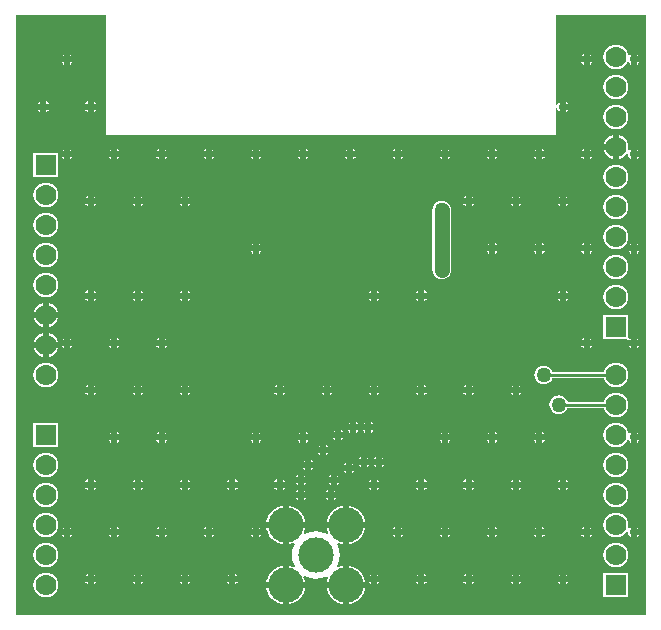
<source format=gbl>
G04*
G04 #@! TF.GenerationSoftware,Altium Limited,Altium Designer,18.1.9 (240)*
G04*
G04 Layer_Physical_Order=2*
G04 Layer_Color=16711680*
%FSLAX25Y25*%
%MOIN*%
G70*
G01*
G75*
%ADD12C,0.01000*%
%ADD23C,0.05000*%
%ADD24C,0.07000*%
%ADD25R,0.07000X0.07000*%
%ADD26C,0.11811*%
%ADD27C,0.02799*%
%ADD28C,0.05000*%
G36*
X200000Y-10000D02*
X-10000D01*
Y190000D01*
X20000D01*
Y150000D01*
X170000D01*
Y158907D01*
X170500Y158957D01*
X170557Y158669D01*
X170999Y158007D01*
X171441Y157712D01*
Y159449D01*
Y161186D01*
X170999Y160890D01*
X170557Y160229D01*
X170500Y159941D01*
X170000Y159990D01*
Y190000D01*
X200000D01*
Y-10000D01*
D02*
G37*
%LPC*%
G36*
X197063Y176934D02*
Y176197D01*
X197800D01*
X197505Y176638D01*
X197063Y176934D01*
D02*
G37*
G36*
X181315D02*
Y176197D01*
X182052D01*
X181756Y176638D01*
X181315Y176934D01*
D02*
G37*
G36*
X179315D02*
X178873Y176638D01*
X178578Y176197D01*
X179315D01*
Y176934D01*
D02*
G37*
G36*
X8087D02*
Y176197D01*
X8823D01*
X8528Y176638D01*
X8087Y176934D01*
D02*
G37*
G36*
X6087D02*
X5645Y176638D01*
X5350Y176197D01*
X6087D01*
Y176934D01*
D02*
G37*
G36*
X197800Y174197D02*
X197063D01*
Y173460D01*
X197505Y173755D01*
X197800Y174197D01*
D02*
G37*
G36*
X190000Y180120D02*
X188930Y179979D01*
X187932Y179566D01*
X187076Y178908D01*
X186419Y178052D01*
X186005Y177055D01*
X185865Y175984D01*
X186005Y174914D01*
X186419Y173917D01*
X187076Y173060D01*
X187932Y172403D01*
X188930Y171990D01*
X190000Y171849D01*
X191070Y171990D01*
X192068Y172403D01*
X192924Y173060D01*
X193581Y173917D01*
X193726Y174265D01*
X193787Y174285D01*
X194272Y174278D01*
X194621Y173755D01*
X195063Y173460D01*
Y175197D01*
Y176934D01*
X194621Y176638D01*
X194565Y176554D01*
X194044Y176675D01*
X193994Y177055D01*
X193581Y178052D01*
X192924Y178908D01*
X192068Y179566D01*
X191070Y179979D01*
X190000Y180120D01*
D02*
G37*
G36*
X182052Y174197D02*
X181315D01*
Y173460D01*
X181756Y173755D01*
X182052Y174197D01*
D02*
G37*
G36*
X179315D02*
X178578D01*
X178873Y173755D01*
X179315Y173460D01*
Y174197D01*
D02*
G37*
G36*
X8823D02*
X8087D01*
Y173460D01*
X8528Y173755D01*
X8823Y174197D01*
D02*
G37*
G36*
X6087D02*
X5350D01*
X5645Y173755D01*
X6087Y173460D01*
Y174197D01*
D02*
G37*
G36*
X190000Y170120D02*
X188930Y169979D01*
X187932Y169566D01*
X187076Y168908D01*
X186419Y168052D01*
X186005Y167055D01*
X185865Y165984D01*
X186005Y164914D01*
X186419Y163917D01*
X187076Y163060D01*
X187932Y162403D01*
X188930Y161990D01*
X190000Y161849D01*
X191070Y161990D01*
X192068Y162403D01*
X192924Y163060D01*
X193581Y163917D01*
X193994Y164914D01*
X194135Y165984D01*
X193994Y167055D01*
X193581Y168052D01*
X192924Y168908D01*
X192068Y169566D01*
X191070Y169979D01*
X190000Y170120D01*
D02*
G37*
G36*
X173441Y161186D02*
Y160449D01*
X174178D01*
X173882Y160890D01*
X173441Y161186D01*
D02*
G37*
G36*
X15961D02*
Y160449D01*
X16697D01*
X16402Y160890D01*
X15961Y161186D01*
D02*
G37*
G36*
X13961D02*
X13519Y160890D01*
X13224Y160449D01*
X13961D01*
Y161186D01*
D02*
G37*
G36*
X213D02*
Y160449D01*
X949D01*
X654Y160890D01*
X213Y161186D01*
D02*
G37*
G36*
X-1787D02*
X-2229Y160890D01*
X-2524Y160449D01*
X-1787D01*
Y161186D01*
D02*
G37*
G36*
X174178Y158449D02*
X173441D01*
Y157712D01*
X173882Y158007D01*
X174178Y158449D01*
D02*
G37*
G36*
X16697D02*
X15961D01*
Y157712D01*
X16402Y158007D01*
X16697Y158449D01*
D02*
G37*
G36*
X13961D02*
X13224D01*
X13519Y158007D01*
X13961Y157712D01*
Y158449D01*
D02*
G37*
G36*
X949D02*
X213D01*
Y157712D01*
X654Y158007D01*
X949Y158449D01*
D02*
G37*
G36*
X-1787D02*
X-2524D01*
X-2229Y158007D01*
X-1787Y157712D01*
Y158449D01*
D02*
G37*
G36*
X190000Y160120D02*
X188930Y159979D01*
X187932Y159566D01*
X187076Y158908D01*
X186419Y158052D01*
X186005Y157055D01*
X185865Y155984D01*
X186005Y154914D01*
X186419Y153917D01*
X187076Y153060D01*
X187932Y152403D01*
X188930Y151990D01*
X190000Y151849D01*
X191070Y151990D01*
X192068Y152403D01*
X192924Y153060D01*
X193581Y153917D01*
X193994Y154914D01*
X194135Y155984D01*
X193994Y157055D01*
X193581Y158052D01*
X192924Y158908D01*
X192068Y159566D01*
X191070Y159979D01*
X190000Y160120D01*
D02*
G37*
G36*
X189000Y149988D02*
X188930Y149979D01*
X187932Y149566D01*
X187076Y148908D01*
X186419Y148052D01*
X186005Y147055D01*
X185996Y146984D01*
X189000D01*
Y149988D01*
D02*
G37*
G36*
X197063Y145438D02*
Y144701D01*
X197800D01*
X197505Y145142D01*
X197063Y145438D01*
D02*
G37*
G36*
X181315D02*
Y144701D01*
X182052D01*
X181756Y145142D01*
X181315Y145438D01*
D02*
G37*
G36*
X179315D02*
X178873Y145142D01*
X178578Y144701D01*
X179315D01*
Y145438D01*
D02*
G37*
G36*
X165567D02*
Y144701D01*
X166304D01*
X166008Y145142D01*
X165567Y145438D01*
D02*
G37*
G36*
X163567D02*
X163125Y145142D01*
X162830Y144701D01*
X163567D01*
Y145438D01*
D02*
G37*
G36*
X149819D02*
Y144701D01*
X150556D01*
X150260Y145142D01*
X149819Y145438D01*
D02*
G37*
G36*
X147819D02*
X147377Y145142D01*
X147082Y144701D01*
X147819D01*
Y145438D01*
D02*
G37*
G36*
X134071D02*
Y144701D01*
X134808D01*
X134512Y145142D01*
X134071Y145438D01*
D02*
G37*
G36*
X132071D02*
X131629Y145142D01*
X131334Y144701D01*
X132071D01*
Y145438D01*
D02*
G37*
G36*
X118323D02*
Y144701D01*
X119060D01*
X118764Y145142D01*
X118323Y145438D01*
D02*
G37*
G36*
X116323D02*
X115881Y145142D01*
X115586Y144701D01*
X116323D01*
Y145438D01*
D02*
G37*
G36*
X102575D02*
Y144701D01*
X103312D01*
X103016Y145142D01*
X102575Y145438D01*
D02*
G37*
G36*
X100575D02*
X100133Y145142D01*
X99838Y144701D01*
X100575D01*
Y145438D01*
D02*
G37*
G36*
X86827D02*
Y144701D01*
X87564D01*
X87268Y145142D01*
X86827Y145438D01*
D02*
G37*
G36*
X84827D02*
X84385Y145142D01*
X84090Y144701D01*
X84827D01*
Y145438D01*
D02*
G37*
G36*
X71079D02*
Y144701D01*
X71815D01*
X71520Y145142D01*
X71079Y145438D01*
D02*
G37*
G36*
X69079D02*
X68637Y145142D01*
X68342Y144701D01*
X69079D01*
Y145438D01*
D02*
G37*
G36*
X55331D02*
Y144701D01*
X56067D01*
X55772Y145142D01*
X55331Y145438D01*
D02*
G37*
G36*
X53331D02*
X52889Y145142D01*
X52594Y144701D01*
X53331D01*
Y145438D01*
D02*
G37*
G36*
X39583D02*
Y144701D01*
X40319D01*
X40024Y145142D01*
X39583Y145438D01*
D02*
G37*
G36*
X37583D02*
X37141Y145142D01*
X36846Y144701D01*
X37583D01*
Y145438D01*
D02*
G37*
G36*
X23835D02*
Y144701D01*
X24571D01*
X24276Y145142D01*
X23835Y145438D01*
D02*
G37*
G36*
X21835D02*
X21393Y145142D01*
X21098Y144701D01*
X21835D01*
Y145438D01*
D02*
G37*
G36*
X8087D02*
Y144701D01*
X8823D01*
X8528Y145142D01*
X8087Y145438D01*
D02*
G37*
G36*
X6087D02*
X5645Y145142D01*
X5350Y144701D01*
X6087D01*
Y145438D01*
D02*
G37*
G36*
X189000Y144984D02*
X185996D01*
X186005Y144914D01*
X186419Y143917D01*
X187076Y143060D01*
X187932Y142403D01*
X188930Y141990D01*
X189000Y141981D01*
Y144984D01*
D02*
G37*
G36*
X197800Y142701D02*
X197063D01*
Y141964D01*
X197505Y142259D01*
X197800Y142701D01*
D02*
G37*
G36*
X191000Y149988D02*
Y145984D01*
Y141981D01*
X191070Y141990D01*
X192068Y142403D01*
X192924Y143060D01*
X193581Y143917D01*
X194026Y143707D01*
X194024Y143701D01*
X194179Y142921D01*
X194621Y142259D01*
X195063Y141964D01*
Y143701D01*
Y145438D01*
X194621Y145142D01*
X194506Y144970D01*
X194026Y145151D01*
X194135Y145984D01*
X193994Y147055D01*
X193581Y148052D01*
X192924Y148908D01*
X192068Y149566D01*
X191070Y149979D01*
X191000Y149988D01*
D02*
G37*
G36*
X182052Y142701D02*
X181315D01*
Y141964D01*
X181756Y142259D01*
X182052Y142701D01*
D02*
G37*
G36*
X179315D02*
X178578D01*
X178873Y142259D01*
X179315Y141964D01*
Y142701D01*
D02*
G37*
G36*
X166304D02*
X165567D01*
Y141964D01*
X166008Y142259D01*
X166304Y142701D01*
D02*
G37*
G36*
X163567D02*
X162830D01*
X163125Y142259D01*
X163567Y141964D01*
Y142701D01*
D02*
G37*
G36*
X150556D02*
X149819D01*
Y141964D01*
X150260Y142259D01*
X150556Y142701D01*
D02*
G37*
G36*
X147819D02*
X147082D01*
X147377Y142259D01*
X147819Y141964D01*
Y142701D01*
D02*
G37*
G36*
X134808D02*
X134071D01*
Y141964D01*
X134512Y142259D01*
X134808Y142701D01*
D02*
G37*
G36*
X132071D02*
X131334D01*
X131629Y142259D01*
X132071Y141964D01*
Y142701D01*
D02*
G37*
G36*
X119060D02*
X118323D01*
Y141964D01*
X118764Y142259D01*
X119060Y142701D01*
D02*
G37*
G36*
X116323D02*
X115586D01*
X115881Y142259D01*
X116323Y141964D01*
Y142701D01*
D02*
G37*
G36*
X103312D02*
X102575D01*
Y141964D01*
X103016Y142259D01*
X103312Y142701D01*
D02*
G37*
G36*
X100575D02*
X99838D01*
X100133Y142259D01*
X100575Y141964D01*
Y142701D01*
D02*
G37*
G36*
X87564D02*
X86827D01*
Y141964D01*
X87268Y142259D01*
X87564Y142701D01*
D02*
G37*
G36*
X84827D02*
X84090D01*
X84385Y142259D01*
X84827Y141964D01*
Y142701D01*
D02*
G37*
G36*
X71815D02*
X71079D01*
Y141964D01*
X71520Y142259D01*
X71815Y142701D01*
D02*
G37*
G36*
X69079D02*
X68342D01*
X68637Y142259D01*
X69079Y141964D01*
Y142701D01*
D02*
G37*
G36*
X56067D02*
X55331D01*
Y141964D01*
X55772Y142259D01*
X56067Y142701D01*
D02*
G37*
G36*
X53331D02*
X52594D01*
X52889Y142259D01*
X53331Y141964D01*
Y142701D01*
D02*
G37*
G36*
X40319D02*
X39583D01*
Y141964D01*
X40024Y142259D01*
X40319Y142701D01*
D02*
G37*
G36*
X37583D02*
X36846D01*
X37141Y142259D01*
X37583Y141964D01*
Y142701D01*
D02*
G37*
G36*
X24571D02*
X23835D01*
Y141964D01*
X24276Y142259D01*
X24571Y142701D01*
D02*
G37*
G36*
X21835D02*
X21098D01*
X21393Y142259D01*
X21835Y141964D01*
Y142701D01*
D02*
G37*
G36*
X8823D02*
X8087D01*
Y141964D01*
X8528Y142259D01*
X8823Y142701D01*
D02*
G37*
G36*
X6087D02*
X5350D01*
X5645Y142259D01*
X6087Y141964D01*
Y142701D01*
D02*
G37*
G36*
X4100Y144100D02*
X-4100D01*
Y135900D01*
X4100D01*
Y144100D01*
D02*
G37*
G36*
X190000Y140120D02*
X188930Y139979D01*
X187932Y139566D01*
X187076Y138908D01*
X186419Y138052D01*
X186005Y137055D01*
X185865Y135984D01*
X186005Y134914D01*
X186419Y133917D01*
X187076Y133060D01*
X187932Y132403D01*
X188930Y131990D01*
X190000Y131849D01*
X191070Y131990D01*
X192068Y132403D01*
X192924Y133060D01*
X193581Y133917D01*
X193994Y134914D01*
X194135Y135984D01*
X193994Y137055D01*
X193581Y138052D01*
X192924Y138908D01*
X192068Y139566D01*
X191070Y139979D01*
X190000Y140120D01*
D02*
G37*
G36*
X173441Y129689D02*
Y128953D01*
X174178D01*
X173882Y129394D01*
X173441Y129689D01*
D02*
G37*
G36*
X171441D02*
X170999Y129394D01*
X170704Y128953D01*
X171441D01*
Y129689D01*
D02*
G37*
G36*
X157693D02*
Y128953D01*
X158430D01*
X158134Y129394D01*
X157693Y129689D01*
D02*
G37*
G36*
X155693D02*
X155251Y129394D01*
X154956Y128953D01*
X155693D01*
Y129689D01*
D02*
G37*
G36*
X141945D02*
Y128953D01*
X142682D01*
X142386Y129394D01*
X141945Y129689D01*
D02*
G37*
G36*
X139945D02*
X139503Y129394D01*
X139208Y128953D01*
X139945D01*
Y129689D01*
D02*
G37*
G36*
X47457D02*
Y128953D01*
X48193D01*
X47898Y129394D01*
X47457Y129689D01*
D02*
G37*
G36*
X45457D02*
X45015Y129394D01*
X44720Y128953D01*
X45457D01*
Y129689D01*
D02*
G37*
G36*
X31709D02*
Y128953D01*
X32445D01*
X32150Y129394D01*
X31709Y129689D01*
D02*
G37*
G36*
X29709D02*
X29267Y129394D01*
X28972Y128953D01*
X29709D01*
Y129689D01*
D02*
G37*
G36*
X15961D02*
Y128953D01*
X16697D01*
X16402Y129394D01*
X15961Y129689D01*
D02*
G37*
G36*
X13961D02*
X13519Y129394D01*
X13224Y128953D01*
X13961D01*
Y129689D01*
D02*
G37*
G36*
X174178Y126953D02*
X173441D01*
Y126216D01*
X173882Y126511D01*
X174178Y126953D01*
D02*
G37*
G36*
X171441D02*
X170704D01*
X170999Y126511D01*
X171441Y126216D01*
Y126953D01*
D02*
G37*
G36*
X158430D02*
X157693D01*
Y126216D01*
X158134Y126511D01*
X158430Y126953D01*
D02*
G37*
G36*
X155693D02*
X154956D01*
X155251Y126511D01*
X155693Y126216D01*
Y126953D01*
D02*
G37*
G36*
X142682D02*
X141945D01*
Y126216D01*
X142386Y126511D01*
X142682Y126953D01*
D02*
G37*
G36*
X139945D02*
X139208D01*
X139503Y126511D01*
X139945Y126216D01*
Y126953D01*
D02*
G37*
G36*
X48193D02*
X47457D01*
Y126216D01*
X47898Y126511D01*
X48193Y126953D01*
D02*
G37*
G36*
X45457D02*
X44720D01*
X45015Y126511D01*
X45457Y126216D01*
Y126953D01*
D02*
G37*
G36*
X32445D02*
X31709D01*
Y126216D01*
X32150Y126511D01*
X32445Y126953D01*
D02*
G37*
G36*
X29709D02*
X28972D01*
X29267Y126511D01*
X29709Y126216D01*
Y126953D01*
D02*
G37*
G36*
X16697D02*
X15961D01*
Y126216D01*
X16402Y126511D01*
X16697Y126953D01*
D02*
G37*
G36*
X13961D02*
X13224D01*
X13519Y126511D01*
X13961Y126216D01*
Y126953D01*
D02*
G37*
G36*
X0Y134135D02*
X-1070Y133994D01*
X-2068Y133581D01*
X-2924Y132924D01*
X-3581Y132068D01*
X-3994Y131070D01*
X-4135Y130000D01*
X-3994Y128930D01*
X-3581Y127932D01*
X-2924Y127076D01*
X-2068Y126419D01*
X-1070Y126005D01*
X0Y125865D01*
X1070Y126005D01*
X2068Y126419D01*
X2924Y127076D01*
X3581Y127932D01*
X3994Y128930D01*
X4135Y130000D01*
X3994Y131070D01*
X3581Y132068D01*
X2924Y132924D01*
X2068Y133581D01*
X1070Y133994D01*
X0Y134135D01*
D02*
G37*
G36*
X190000Y130120D02*
X188930Y129979D01*
X187932Y129566D01*
X187076Y128908D01*
X186419Y128052D01*
X186005Y127055D01*
X185865Y125984D01*
X186005Y124914D01*
X186419Y123917D01*
X187076Y123060D01*
X187932Y122403D01*
X188930Y121990D01*
X190000Y121849D01*
X191070Y121990D01*
X192068Y122403D01*
X192924Y123060D01*
X193581Y123917D01*
X193994Y124914D01*
X194135Y125984D01*
X193994Y127055D01*
X193581Y128052D01*
X192924Y128908D01*
X192068Y129566D01*
X191070Y129979D01*
X190000Y130120D01*
D02*
G37*
G36*
X0Y124135D02*
X-1070Y123995D01*
X-2068Y123581D01*
X-2924Y122924D01*
X-3581Y122068D01*
X-3994Y121070D01*
X-4135Y120000D01*
X-3994Y118930D01*
X-3581Y117932D01*
X-2924Y117076D01*
X-2068Y116419D01*
X-1070Y116006D01*
X0Y115865D01*
X1070Y116006D01*
X2068Y116419D01*
X2924Y117076D01*
X3581Y117932D01*
X3994Y118930D01*
X4135Y120000D01*
X3994Y121070D01*
X3581Y122068D01*
X2924Y122924D01*
X2068Y123581D01*
X1070Y123995D01*
X0Y124135D01*
D02*
G37*
G36*
X197063Y113941D02*
Y113205D01*
X197800D01*
X197505Y113646D01*
X197063Y113941D01*
D02*
G37*
G36*
X195063D02*
X194621Y113646D01*
X194326Y113205D01*
X195063D01*
Y113941D01*
D02*
G37*
G36*
X181315D02*
Y113205D01*
X182052D01*
X181756Y113646D01*
X181315Y113941D01*
D02*
G37*
G36*
X179315D02*
X178873Y113646D01*
X178578Y113205D01*
X179315D01*
Y113941D01*
D02*
G37*
G36*
X165567D02*
Y113205D01*
X166304D01*
X166008Y113646D01*
X165567Y113941D01*
D02*
G37*
G36*
X163567D02*
X163125Y113646D01*
X162830Y113205D01*
X163567D01*
Y113941D01*
D02*
G37*
G36*
X149819D02*
Y113205D01*
X150556D01*
X150260Y113646D01*
X149819Y113941D01*
D02*
G37*
G36*
X147819D02*
X147377Y113646D01*
X147082Y113205D01*
X147819D01*
Y113941D01*
D02*
G37*
G36*
X71079D02*
Y113205D01*
X71815D01*
X71520Y113646D01*
X71079Y113941D01*
D02*
G37*
G36*
X69079D02*
X68637Y113646D01*
X68342Y113205D01*
X69079D01*
Y113941D01*
D02*
G37*
G36*
X190000Y120120D02*
X188930Y119979D01*
X187932Y119566D01*
X187076Y118908D01*
X186419Y118052D01*
X186005Y117055D01*
X185865Y115984D01*
X186005Y114914D01*
X186419Y113917D01*
X187076Y113060D01*
X187932Y112403D01*
X188930Y111990D01*
X190000Y111849D01*
X191070Y111990D01*
X192068Y112403D01*
X192924Y113060D01*
X193581Y113917D01*
X193994Y114914D01*
X194135Y115984D01*
X193994Y117055D01*
X193581Y118052D01*
X192924Y118908D01*
X192068Y119566D01*
X191070Y119979D01*
X190000Y120120D01*
D02*
G37*
G36*
X197800Y111205D02*
X197063D01*
Y110468D01*
X197505Y110763D01*
X197800Y111205D01*
D02*
G37*
G36*
X195063D02*
X194326D01*
X194621Y110763D01*
X195063Y110468D01*
Y111205D01*
D02*
G37*
G36*
X182052D02*
X181315D01*
Y110468D01*
X181756Y110763D01*
X182052Y111205D01*
D02*
G37*
G36*
X179315D02*
X178578D01*
X178873Y110763D01*
X179315Y110468D01*
Y111205D01*
D02*
G37*
G36*
X166304D02*
X165567D01*
Y110468D01*
X166008Y110763D01*
X166304Y111205D01*
D02*
G37*
G36*
X163567D02*
X162830D01*
X163125Y110763D01*
X163567Y110468D01*
Y111205D01*
D02*
G37*
G36*
X150556D02*
X149819D01*
Y110468D01*
X150260Y110763D01*
X150556Y111205D01*
D02*
G37*
G36*
X147819D02*
X147082D01*
X147377Y110763D01*
X147819Y110468D01*
Y111205D01*
D02*
G37*
G36*
X71815D02*
X71079D01*
Y110468D01*
X71520Y110763D01*
X71815Y111205D01*
D02*
G37*
G36*
X69079D02*
X68342D01*
X68637Y110763D01*
X69079Y110468D01*
Y111205D01*
D02*
G37*
G36*
X0Y114135D02*
X-1070Y113995D01*
X-2068Y113581D01*
X-2924Y112924D01*
X-3581Y112068D01*
X-3994Y111070D01*
X-4135Y110000D01*
X-3994Y108930D01*
X-3581Y107932D01*
X-2924Y107076D01*
X-2068Y106419D01*
X-1070Y106006D01*
X0Y105865D01*
X1070Y106006D01*
X2068Y106419D01*
X2924Y107076D01*
X3581Y107932D01*
X3994Y108930D01*
X4135Y110000D01*
X3994Y111070D01*
X3581Y112068D01*
X2924Y112924D01*
X2068Y113581D01*
X1070Y113995D01*
X0Y114135D01*
D02*
G37*
G36*
X132000Y128127D02*
X131191Y128020D01*
X130437Y127708D01*
X129789Y127211D01*
X129292Y126563D01*
X128980Y125809D01*
X128873Y125000D01*
Y105000D01*
X128980Y104191D01*
X129292Y103437D01*
X129789Y102789D01*
X130437Y102292D01*
X131191Y101980D01*
X132000Y101873D01*
X132809Y101980D01*
X133563Y102292D01*
X134211Y102789D01*
X134708Y103437D01*
X135020Y104191D01*
X135127Y105000D01*
Y125000D01*
X135020Y125809D01*
X134708Y126563D01*
X134211Y127211D01*
X133563Y127708D01*
X132809Y128020D01*
X132000Y128127D01*
D02*
G37*
G36*
X190000Y110120D02*
X188930Y109979D01*
X187932Y109566D01*
X187076Y108908D01*
X186419Y108052D01*
X186005Y107055D01*
X185865Y105984D01*
X186005Y104914D01*
X186419Y103917D01*
X187076Y103060D01*
X187932Y102403D01*
X188930Y101990D01*
X190000Y101849D01*
X191070Y101990D01*
X192068Y102403D01*
X192924Y103060D01*
X193581Y103917D01*
X193994Y104914D01*
X194135Y105984D01*
X193994Y107055D01*
X193581Y108052D01*
X192924Y108908D01*
X192068Y109566D01*
X191070Y109979D01*
X190000Y110120D01*
D02*
G37*
G36*
X173441Y98193D02*
Y97457D01*
X174178D01*
X173882Y97898D01*
X173441Y98193D01*
D02*
G37*
G36*
X171441D02*
X170999Y97898D01*
X170704Y97457D01*
X171441D01*
Y98193D01*
D02*
G37*
G36*
X126197D02*
Y97457D01*
X126934D01*
X126638Y97898D01*
X126197Y98193D01*
D02*
G37*
G36*
X124197D02*
X123755Y97898D01*
X123460Y97457D01*
X124197D01*
Y98193D01*
D02*
G37*
G36*
X110449D02*
Y97457D01*
X111186D01*
X110890Y97898D01*
X110449Y98193D01*
D02*
G37*
G36*
X108449D02*
X108007Y97898D01*
X107712Y97457D01*
X108449D01*
Y98193D01*
D02*
G37*
G36*
X47457D02*
Y97457D01*
X48193D01*
X47898Y97898D01*
X47457Y98193D01*
D02*
G37*
G36*
X45457D02*
X45015Y97898D01*
X44720Y97457D01*
X45457D01*
Y98193D01*
D02*
G37*
G36*
X31709D02*
Y97457D01*
X32445D01*
X32150Y97898D01*
X31709Y98193D01*
D02*
G37*
G36*
X29709D02*
X29267Y97898D01*
X28972Y97457D01*
X29709D01*
Y98193D01*
D02*
G37*
G36*
X15961D02*
Y97457D01*
X16697D01*
X16402Y97898D01*
X15961Y98193D01*
D02*
G37*
G36*
X13961D02*
X13519Y97898D01*
X13224Y97457D01*
X13961D01*
Y98193D01*
D02*
G37*
G36*
X0Y104135D02*
X-1070Y103995D01*
X-2068Y103581D01*
X-2924Y102924D01*
X-3581Y102068D01*
X-3994Y101070D01*
X-4135Y100000D01*
X-3994Y98930D01*
X-3581Y97932D01*
X-2924Y97076D01*
X-2068Y96419D01*
X-1070Y96005D01*
X0Y95865D01*
X1070Y96005D01*
X2068Y96419D01*
X2924Y97076D01*
X3581Y97932D01*
X3994Y98930D01*
X4135Y100000D01*
X3994Y101070D01*
X3581Y102068D01*
X2924Y102924D01*
X2068Y103581D01*
X1070Y103995D01*
X0Y104135D01*
D02*
G37*
G36*
X174178Y95457D02*
X173441D01*
Y94720D01*
X173882Y95015D01*
X174178Y95457D01*
D02*
G37*
G36*
X171441D02*
X170704D01*
X170999Y95015D01*
X171441Y94720D01*
Y95457D01*
D02*
G37*
G36*
X126934D02*
X126197D01*
Y94720D01*
X126638Y95015D01*
X126934Y95457D01*
D02*
G37*
G36*
X124197D02*
X123460D01*
X123755Y95015D01*
X124197Y94720D01*
Y95457D01*
D02*
G37*
G36*
X111186D02*
X110449D01*
Y94720D01*
X110890Y95015D01*
X111186Y95457D01*
D02*
G37*
G36*
X108449D02*
X107712D01*
X108007Y95015D01*
X108449Y94720D01*
Y95457D01*
D02*
G37*
G36*
X48193D02*
X47457D01*
Y94720D01*
X47898Y95015D01*
X48193Y95457D01*
D02*
G37*
G36*
X45457D02*
X44720D01*
X45015Y95015D01*
X45457Y94720D01*
Y95457D01*
D02*
G37*
G36*
X32445D02*
X31709D01*
Y94720D01*
X32150Y95015D01*
X32445Y95457D01*
D02*
G37*
G36*
X29709D02*
X28972D01*
X29267Y95015D01*
X29709Y94720D01*
Y95457D01*
D02*
G37*
G36*
X16697D02*
X15961D01*
Y94720D01*
X16402Y95015D01*
X16697Y95457D01*
D02*
G37*
G36*
X13961D02*
X13224D01*
X13519Y95015D01*
X13961Y94720D01*
Y95457D01*
D02*
G37*
G36*
X190000Y100120D02*
X188930Y99979D01*
X187932Y99566D01*
X187076Y98908D01*
X186419Y98052D01*
X186005Y97055D01*
X185865Y95984D01*
X186005Y94914D01*
X186419Y93917D01*
X187076Y93060D01*
X187932Y92403D01*
X188930Y91990D01*
X190000Y91849D01*
X191070Y91990D01*
X192068Y92403D01*
X192924Y93060D01*
X193581Y93917D01*
X193994Y94914D01*
X194135Y95984D01*
X193994Y97055D01*
X193581Y98052D01*
X192924Y98908D01*
X192068Y99566D01*
X191070Y99979D01*
X190000Y100120D01*
D02*
G37*
G36*
X1000Y94004D02*
Y91000D01*
X4004D01*
X3994Y91070D01*
X3581Y92068D01*
X2924Y92924D01*
X2068Y93581D01*
X1070Y93994D01*
X1000Y94004D01*
D02*
G37*
G36*
X-1000D02*
X-1070Y93994D01*
X-2068Y93581D01*
X-2924Y92924D01*
X-3581Y92068D01*
X-3994Y91070D01*
X-4004Y91000D01*
X-1000D01*
Y94004D01*
D02*
G37*
G36*
X4004Y89000D02*
X1000D01*
Y85996D01*
X1070Y86006D01*
X2068Y86419D01*
X2924Y87076D01*
X3581Y87932D01*
X3994Y88930D01*
X4004Y89000D01*
D02*
G37*
G36*
X-1000D02*
X-4004D01*
X-3994Y88930D01*
X-3581Y87932D01*
X-2924Y87076D01*
X-2068Y86419D01*
X-1070Y86006D01*
X-1000Y85996D01*
Y89000D01*
D02*
G37*
G36*
X197063Y82445D02*
Y81709D01*
X197800D01*
X197505Y82150D01*
X197063Y82445D01*
D02*
G37*
G36*
X194100Y90084D02*
X185900D01*
Y81884D01*
X193842Y81884D01*
X193852Y81873D01*
X193966Y81709D01*
X195063D01*
Y82445D01*
X194621Y82150D01*
X194600Y82118D01*
X194100Y82270D01*
X194100Y82271D01*
X194100Y82271D01*
X194100Y82278D01*
Y90084D01*
D02*
G37*
G36*
X181315Y82445D02*
Y81709D01*
X182052D01*
X181756Y82150D01*
X181315Y82445D01*
D02*
G37*
G36*
X179315D02*
X178873Y82150D01*
X178578Y81709D01*
X179315D01*
Y82445D01*
D02*
G37*
G36*
X39583D02*
Y81709D01*
X40319D01*
X40024Y82150D01*
X39583Y82445D01*
D02*
G37*
G36*
X37583D02*
X37141Y82150D01*
X36846Y81709D01*
X37583D01*
Y82445D01*
D02*
G37*
G36*
X23835D02*
Y81709D01*
X24571D01*
X24276Y82150D01*
X23835Y82445D01*
D02*
G37*
G36*
X21835D02*
X21393Y82150D01*
X21098Y81709D01*
X21835D01*
Y82445D01*
D02*
G37*
G36*
X8087D02*
Y81709D01*
X8823D01*
X8528Y82150D01*
X8087Y82445D01*
D02*
G37*
G36*
X6087D02*
X5645Y82150D01*
X5350Y81709D01*
X6087D01*
Y82445D01*
D02*
G37*
G36*
X1000Y84004D02*
Y81000D01*
X4004D01*
X3994Y81070D01*
X3581Y82068D01*
X2924Y82924D01*
X2068Y83581D01*
X1070Y83995D01*
X1000Y84004D01*
D02*
G37*
G36*
X-1000D02*
X-1070Y83995D01*
X-2068Y83581D01*
X-2924Y82924D01*
X-3581Y82068D01*
X-3994Y81070D01*
X-4004Y81000D01*
X-1000D01*
Y84004D01*
D02*
G37*
G36*
X24571Y79709D02*
X23835D01*
Y78972D01*
X24276Y79267D01*
X24571Y79709D01*
D02*
G37*
G36*
X21835D02*
X21098D01*
X21393Y79267D01*
X21835Y78972D01*
Y79709D01*
D02*
G37*
G36*
X8823D02*
X8087D01*
Y78972D01*
X8528Y79267D01*
X8823Y79709D01*
D02*
G37*
G36*
X6087D02*
X5350D01*
X5645Y79267D01*
X6087Y78972D01*
Y79709D01*
D02*
G37*
G36*
X197800D02*
X197063D01*
Y78972D01*
X197505Y79267D01*
X197800Y79709D01*
D02*
G37*
G36*
X195063D02*
X194326D01*
X194621Y79267D01*
X195063Y78972D01*
Y79709D01*
D02*
G37*
G36*
X182052D02*
X181315D01*
Y78972D01*
X181756Y79267D01*
X182052Y79709D01*
D02*
G37*
G36*
X179315D02*
X178578D01*
X178873Y79267D01*
X179315Y78972D01*
Y79709D01*
D02*
G37*
G36*
X40319D02*
X39583D01*
Y78972D01*
X40024Y79267D01*
X40319Y79709D01*
D02*
G37*
G36*
X37583D02*
X36846D01*
X37141Y79267D01*
X37583Y78972D01*
Y79709D01*
D02*
G37*
G36*
X4004Y79000D02*
X1000D01*
Y75996D01*
X1070Y76006D01*
X2068Y76419D01*
X2924Y77076D01*
X3581Y77932D01*
X3994Y78930D01*
X4004Y79000D01*
D02*
G37*
G36*
X-1000D02*
X-4004D01*
X-3994Y78930D01*
X-3581Y77932D01*
X-2924Y77076D01*
X-2068Y76419D01*
X-1070Y76006D01*
X-1000Y75996D01*
Y79000D01*
D02*
G37*
G36*
X190000Y74135D02*
X188930Y73994D01*
X187932Y73581D01*
X187076Y72924D01*
X186419Y72068D01*
X186027Y71122D01*
X168891D01*
X168708Y71563D01*
X168211Y72211D01*
X167563Y72708D01*
X166809Y73020D01*
X166000Y73127D01*
X165191Y73020D01*
X164437Y72708D01*
X163789Y72211D01*
X163292Y71563D01*
X162980Y70809D01*
X162873Y70000D01*
X162980Y69191D01*
X163292Y68437D01*
X163789Y67789D01*
X164437Y67292D01*
X165191Y66980D01*
X166000Y66873D01*
X166809Y66980D01*
X167563Y67292D01*
X168211Y67789D01*
X168708Y68437D01*
X168891Y68878D01*
X186027D01*
X186419Y67932D01*
X187076Y67076D01*
X187932Y66419D01*
X188930Y66005D01*
X190000Y65865D01*
X191070Y66005D01*
X192068Y66419D01*
X192924Y67076D01*
X193581Y67932D01*
X193994Y68930D01*
X194135Y70000D01*
X193994Y71070D01*
X193581Y72068D01*
X192924Y72924D01*
X192068Y73581D01*
X191070Y73994D01*
X190000Y74135D01*
D02*
G37*
G36*
X157693Y66697D02*
Y65961D01*
X158430D01*
X158134Y66402D01*
X157693Y66697D01*
D02*
G37*
G36*
X155693D02*
X155251Y66402D01*
X154956Y65961D01*
X155693D01*
Y66697D01*
D02*
G37*
G36*
X141945D02*
Y65961D01*
X142682D01*
X142386Y66402D01*
X141945Y66697D01*
D02*
G37*
G36*
X139945D02*
X139503Y66402D01*
X139208Y65961D01*
X139945D01*
Y66697D01*
D02*
G37*
G36*
X126197D02*
Y65961D01*
X126934D01*
X126638Y66402D01*
X126197Y66697D01*
D02*
G37*
G36*
X124197D02*
X123755Y66402D01*
X123460Y65961D01*
X124197D01*
Y66697D01*
D02*
G37*
G36*
X110449D02*
Y65961D01*
X111186D01*
X110890Y66402D01*
X110449Y66697D01*
D02*
G37*
G36*
X108449D02*
X108007Y66402D01*
X107712Y65961D01*
X108449D01*
Y66697D01*
D02*
G37*
G36*
X94701D02*
Y65961D01*
X95438D01*
X95142Y66402D01*
X94701Y66697D01*
D02*
G37*
G36*
X92701D02*
X92259Y66402D01*
X91964Y65961D01*
X92701D01*
Y66697D01*
D02*
G37*
G36*
X78953D02*
Y65961D01*
X79689D01*
X79394Y66402D01*
X78953Y66697D01*
D02*
G37*
G36*
X76953D02*
X76511Y66402D01*
X76216Y65961D01*
X76953D01*
Y66697D01*
D02*
G37*
G36*
X47457D02*
Y65961D01*
X48193D01*
X47898Y66402D01*
X47457Y66697D01*
D02*
G37*
G36*
X45457D02*
X45015Y66402D01*
X44720Y65961D01*
X45457D01*
Y66697D01*
D02*
G37*
G36*
X31709D02*
Y65961D01*
X32445D01*
X32150Y66402D01*
X31709Y66697D01*
D02*
G37*
G36*
X29709D02*
X29267Y66402D01*
X28972Y65961D01*
X29709D01*
Y66697D01*
D02*
G37*
G36*
X15961D02*
Y65961D01*
X16697D01*
X16402Y66402D01*
X15961Y66697D01*
D02*
G37*
G36*
X13961D02*
X13519Y66402D01*
X13224Y65961D01*
X13961D01*
Y66697D01*
D02*
G37*
G36*
X0Y74135D02*
X-1070Y73994D01*
X-2068Y73581D01*
X-2924Y72924D01*
X-3581Y72068D01*
X-3994Y71070D01*
X-4135Y70000D01*
X-3994Y68930D01*
X-3581Y67932D01*
X-2924Y67076D01*
X-2068Y66419D01*
X-1070Y66005D01*
X0Y65865D01*
X1070Y66005D01*
X2068Y66419D01*
X2924Y67076D01*
X3581Y67932D01*
X3994Y68930D01*
X4135Y70000D01*
X3994Y71070D01*
X3581Y72068D01*
X2924Y72924D01*
X2068Y73581D01*
X1070Y73994D01*
X0Y74135D01*
D02*
G37*
G36*
X158430Y63961D02*
X157693D01*
Y63224D01*
X158134Y63519D01*
X158430Y63961D01*
D02*
G37*
G36*
X155693D02*
X154956D01*
X155251Y63519D01*
X155693Y63224D01*
Y63961D01*
D02*
G37*
G36*
X142682D02*
X141945D01*
Y63224D01*
X142386Y63519D01*
X142682Y63961D01*
D02*
G37*
G36*
X139945D02*
X139208D01*
X139503Y63519D01*
X139945Y63224D01*
Y63961D01*
D02*
G37*
G36*
X126934D02*
X126197D01*
Y63224D01*
X126638Y63519D01*
X126934Y63961D01*
D02*
G37*
G36*
X124197D02*
X123460D01*
X123755Y63519D01*
X124197Y63224D01*
Y63961D01*
D02*
G37*
G36*
X111186D02*
X110449D01*
Y63224D01*
X110890Y63519D01*
X111186Y63961D01*
D02*
G37*
G36*
X108449D02*
X107712D01*
X108007Y63519D01*
X108449Y63224D01*
Y63961D01*
D02*
G37*
G36*
X95438D02*
X94701D01*
Y63224D01*
X95142Y63519D01*
X95438Y63961D01*
D02*
G37*
G36*
X92701D02*
X91964D01*
X92259Y63519D01*
X92701Y63224D01*
Y63961D01*
D02*
G37*
G36*
X79689D02*
X78953D01*
Y63224D01*
X79394Y63519D01*
X79689Y63961D01*
D02*
G37*
G36*
X76953D02*
X76216D01*
X76511Y63519D01*
X76953Y63224D01*
Y63961D01*
D02*
G37*
G36*
X48193D02*
X47457D01*
Y63224D01*
X47898Y63519D01*
X48193Y63961D01*
D02*
G37*
G36*
X45457D02*
X44720D01*
X45015Y63519D01*
X45457Y63224D01*
Y63961D01*
D02*
G37*
G36*
X32445D02*
X31709D01*
Y63224D01*
X32150Y63519D01*
X32445Y63961D01*
D02*
G37*
G36*
X29709D02*
X28972D01*
X29267Y63519D01*
X29709Y63224D01*
Y63961D01*
D02*
G37*
G36*
X16697D02*
X15961D01*
Y63224D01*
X16402Y63519D01*
X16697Y63961D01*
D02*
G37*
G36*
X13961D02*
X13224D01*
X13519Y63519D01*
X13961Y63224D01*
Y63961D01*
D02*
G37*
G36*
X190000Y64135D02*
X188930Y63994D01*
X187932Y63581D01*
X187076Y62924D01*
X186419Y62068D01*
X186027Y61122D01*
X173943D01*
X173708Y61689D01*
X173211Y62337D01*
X172563Y62834D01*
X171809Y63146D01*
X171000Y63253D01*
X170191Y63146D01*
X169437Y62834D01*
X168789Y62337D01*
X168292Y61689D01*
X167980Y60935D01*
X167873Y60126D01*
X167980Y59317D01*
X168292Y58563D01*
X168789Y57915D01*
X169437Y57418D01*
X170191Y57106D01*
X171000Y56999D01*
X171809Y57106D01*
X172563Y57418D01*
X173211Y57915D01*
X173708Y58563D01*
X173839Y58878D01*
X186027D01*
X186419Y57932D01*
X187076Y57076D01*
X187932Y56419D01*
X188930Y56006D01*
X190000Y55865D01*
X191070Y56006D01*
X192068Y56419D01*
X192924Y57076D01*
X193581Y57932D01*
X193994Y58930D01*
X194135Y60000D01*
X193994Y61070D01*
X193581Y62068D01*
X192924Y62924D01*
X192068Y63581D01*
X191070Y63994D01*
X190000Y64135D01*
D02*
G37*
G36*
X108500Y54237D02*
Y53500D01*
X109237D01*
X108942Y53942D01*
X108500Y54237D01*
D02*
G37*
G36*
X106500D02*
X106058Y53942D01*
X105763Y53500D01*
X106500D01*
Y54237D01*
D02*
G37*
G36*
X103500D02*
Y53500D01*
X104237D01*
X103942Y53942D01*
X103500Y54237D01*
D02*
G37*
G36*
X101500D02*
X101058Y53942D01*
X100763Y53500D01*
X101500D01*
Y54237D01*
D02*
G37*
G36*
X98500Y51737D02*
Y51000D01*
X99237D01*
X98942Y51442D01*
X98500Y51737D01*
D02*
G37*
G36*
X96500D02*
X96058Y51442D01*
X95763Y51000D01*
X96500D01*
Y51737D01*
D02*
G37*
G36*
X109237Y51500D02*
X108500D01*
Y50763D01*
X108942Y51058D01*
X109237Y51500D01*
D02*
G37*
G36*
X106500D02*
X105763D01*
X106058Y51058D01*
X106500Y50763D01*
Y51500D01*
D02*
G37*
G36*
X104237D02*
X103500D01*
Y50763D01*
X103942Y51058D01*
X104237Y51500D01*
D02*
G37*
G36*
X101500D02*
X100763D01*
X101058Y51058D01*
X101500Y50763D01*
Y51500D01*
D02*
G37*
G36*
X197063Y50949D02*
Y50213D01*
X197800D01*
X197505Y50654D01*
X197063Y50949D01*
D02*
G37*
G36*
X165567D02*
Y50213D01*
X166304D01*
X166008Y50654D01*
X165567Y50949D01*
D02*
G37*
G36*
X163567D02*
X163125Y50654D01*
X162830Y50213D01*
X163567D01*
Y50949D01*
D02*
G37*
G36*
X149819D02*
Y50213D01*
X150556D01*
X150260Y50654D01*
X149819Y50949D01*
D02*
G37*
G36*
X147819D02*
X147377Y50654D01*
X147082Y50213D01*
X147819D01*
Y50949D01*
D02*
G37*
G36*
X134071D02*
Y50213D01*
X134808D01*
X134512Y50654D01*
X134071Y50949D01*
D02*
G37*
G36*
X132071D02*
X131629Y50654D01*
X131334Y50213D01*
X132071D01*
Y50949D01*
D02*
G37*
G36*
X86827D02*
Y50213D01*
X87564D01*
X87268Y50654D01*
X86827Y50949D01*
D02*
G37*
G36*
X84827D02*
X84385Y50654D01*
X84090Y50213D01*
X84827D01*
Y50949D01*
D02*
G37*
G36*
X71079D02*
Y50213D01*
X71815D01*
X71520Y50654D01*
X71079Y50949D01*
D02*
G37*
G36*
X69079D02*
X68637Y50654D01*
X68342Y50213D01*
X69079D01*
Y50949D01*
D02*
G37*
G36*
X39583D02*
Y50213D01*
X40319D01*
X40024Y50654D01*
X39583Y50949D01*
D02*
G37*
G36*
X37583D02*
X37141Y50654D01*
X36846Y50213D01*
X37583D01*
Y50949D01*
D02*
G37*
G36*
X23835D02*
Y50213D01*
X24571D01*
X24276Y50654D01*
X23835Y50949D01*
D02*
G37*
G36*
X21835D02*
X21393Y50654D01*
X21098Y50213D01*
X21835D01*
Y50949D01*
D02*
G37*
G36*
X99237Y49000D02*
X98500D01*
Y48263D01*
X98942Y48558D01*
X99237Y49000D01*
D02*
G37*
G36*
X96500D02*
X95763D01*
X96058Y48558D01*
X96500Y48263D01*
Y49000D01*
D02*
G37*
G36*
X197800Y48213D02*
X197063D01*
Y47476D01*
X197505Y47771D01*
X197800Y48213D01*
D02*
G37*
G36*
X190000Y54135D02*
X188930Y53995D01*
X187932Y53581D01*
X187076Y52924D01*
X186419Y52068D01*
X186005Y51070D01*
X185865Y50000D01*
X186005Y48930D01*
X186419Y47932D01*
X187076Y47076D01*
X187932Y46419D01*
X188930Y46005D01*
X190000Y45865D01*
X191070Y46005D01*
X192068Y46419D01*
X192924Y47076D01*
X193581Y47932D01*
X193726Y48280D01*
X193787Y48301D01*
X194272Y48294D01*
X194621Y47771D01*
X195063Y47476D01*
Y49213D01*
Y50949D01*
X194621Y50654D01*
X194565Y50569D01*
X194044Y50691D01*
X193994Y51070D01*
X193581Y52068D01*
X192924Y52924D01*
X192068Y53581D01*
X191070Y53995D01*
X190000Y54135D01*
D02*
G37*
G36*
X166304Y48213D02*
X165567D01*
Y47476D01*
X166008Y47771D01*
X166304Y48213D01*
D02*
G37*
G36*
X163567D02*
X162830D01*
X163125Y47771D01*
X163567Y47476D01*
Y48213D01*
D02*
G37*
G36*
X150556D02*
X149819D01*
Y47476D01*
X150260Y47771D01*
X150556Y48213D01*
D02*
G37*
G36*
X147819D02*
X147082D01*
X147377Y47771D01*
X147819Y47476D01*
Y48213D01*
D02*
G37*
G36*
X134808D02*
X134071D01*
Y47476D01*
X134512Y47771D01*
X134808Y48213D01*
D02*
G37*
G36*
X132071D02*
X131334D01*
X131629Y47771D01*
X132071Y47476D01*
Y48213D01*
D02*
G37*
G36*
X87564D02*
X86827D01*
Y47476D01*
X87268Y47771D01*
X87564Y48213D01*
D02*
G37*
G36*
X84827D02*
X84090D01*
X84385Y47771D01*
X84827Y47476D01*
Y48213D01*
D02*
G37*
G36*
X71815D02*
X71079D01*
Y47476D01*
X71520Y47771D01*
X71815Y48213D01*
D02*
G37*
G36*
X69079D02*
X68342D01*
X68637Y47771D01*
X69079Y47476D01*
Y48213D01*
D02*
G37*
G36*
X40319D02*
X39583D01*
Y47476D01*
X40024Y47771D01*
X40319Y48213D01*
D02*
G37*
G36*
X37583D02*
X36846D01*
X37141Y47771D01*
X37583Y47476D01*
Y48213D01*
D02*
G37*
G36*
X24571D02*
X23835D01*
Y47476D01*
X24276Y47771D01*
X24571Y48213D01*
D02*
G37*
G36*
X21835D02*
X21098D01*
X21393Y47771D01*
X21835Y47476D01*
Y48213D01*
D02*
G37*
G36*
X93500Y46737D02*
Y46000D01*
X94237D01*
X93942Y46442D01*
X93500Y46737D01*
D02*
G37*
G36*
X91500D02*
X91058Y46442D01*
X90763Y46000D01*
X91500D01*
Y46737D01*
D02*
G37*
G36*
X4100Y54100D02*
X-4100D01*
Y45900D01*
X4100D01*
Y54100D01*
D02*
G37*
G36*
X94237Y44000D02*
X93500D01*
Y43263D01*
X93942Y43558D01*
X94237Y44000D01*
D02*
G37*
G36*
X91500D02*
X90763D01*
X91058Y43558D01*
X91500Y43263D01*
Y44000D01*
D02*
G37*
G36*
X112000Y42737D02*
Y42000D01*
X112737D01*
X112442Y42442D01*
X112000Y42737D01*
D02*
G37*
G36*
X110000D02*
X109558Y42442D01*
X109263Y42000D01*
X110000D01*
Y42737D01*
D02*
G37*
G36*
X107000D02*
Y42000D01*
X107737D01*
X107442Y42442D01*
X107000Y42737D01*
D02*
G37*
G36*
X105000D02*
X104558Y42442D01*
X104263Y42000D01*
X105000D01*
Y42737D01*
D02*
G37*
G36*
X88500Y41737D02*
Y41000D01*
X89237D01*
X88942Y41442D01*
X88500Y41737D01*
D02*
G37*
G36*
X86500D02*
X86058Y41442D01*
X85763Y41000D01*
X86500D01*
Y41737D01*
D02*
G37*
G36*
X102000Y40737D02*
Y40000D01*
X102737D01*
X102442Y40442D01*
X102000Y40737D01*
D02*
G37*
G36*
X100000D02*
X99558Y40442D01*
X99263Y40000D01*
X100000D01*
Y40737D01*
D02*
G37*
G36*
X112737Y40000D02*
X112000D01*
Y39263D01*
X112442Y39558D01*
X112737Y40000D01*
D02*
G37*
G36*
X110000D02*
X109263D01*
X109558Y39558D01*
X110000Y39263D01*
Y40000D01*
D02*
G37*
G36*
X107737D02*
X107000D01*
Y39263D01*
X107442Y39558D01*
X107737Y40000D01*
D02*
G37*
G36*
X105000D02*
X104263D01*
X104558Y39558D01*
X105000Y39263D01*
Y40000D01*
D02*
G37*
G36*
X89237Y39000D02*
X88500D01*
Y38263D01*
X88942Y38558D01*
X89237Y39000D01*
D02*
G37*
G36*
X86500D02*
X85763D01*
X86058Y38558D01*
X86500Y38263D01*
Y39000D01*
D02*
G37*
G36*
X102737Y38000D02*
X102000D01*
Y37263D01*
X102442Y37558D01*
X102737Y38000D01*
D02*
G37*
G36*
X100000D02*
X99263D01*
X99558Y37558D01*
X100000Y37263D01*
Y38000D01*
D02*
G37*
G36*
X97000Y36737D02*
Y36000D01*
X97737D01*
X97442Y36442D01*
X97000Y36737D01*
D02*
G37*
G36*
X95000D02*
X94558Y36442D01*
X94263Y36000D01*
X95000D01*
Y36737D01*
D02*
G37*
G36*
X86000D02*
Y36000D01*
X86737D01*
X86442Y36442D01*
X86000Y36737D01*
D02*
G37*
G36*
X84000D02*
X83558Y36442D01*
X83263Y36000D01*
X84000D01*
Y36737D01*
D02*
G37*
G36*
X190000Y44135D02*
X188930Y43995D01*
X187932Y43581D01*
X187076Y42924D01*
X186419Y42068D01*
X186005Y41070D01*
X185865Y40000D01*
X186005Y38930D01*
X186419Y37932D01*
X187076Y37076D01*
X187932Y36419D01*
X188930Y36005D01*
X190000Y35865D01*
X191070Y36005D01*
X192068Y36419D01*
X192924Y37076D01*
X193581Y37932D01*
X193994Y38930D01*
X194135Y40000D01*
X193994Y41070D01*
X193581Y42068D01*
X192924Y42924D01*
X192068Y43581D01*
X191070Y43995D01*
X190000Y44135D01*
D02*
G37*
G36*
X0D02*
X-1070Y43995D01*
X-2068Y43581D01*
X-2924Y42924D01*
X-3581Y42068D01*
X-3994Y41070D01*
X-4135Y40000D01*
X-3994Y38930D01*
X-3581Y37932D01*
X-2924Y37076D01*
X-2068Y36419D01*
X-1070Y36005D01*
X0Y35865D01*
X1070Y36005D01*
X2068Y36419D01*
X2924Y37076D01*
X3581Y37932D01*
X3994Y38930D01*
X4135Y40000D01*
X3994Y41070D01*
X3581Y42068D01*
X2924Y42924D01*
X2068Y43581D01*
X1070Y43995D01*
X0Y44135D01*
D02*
G37*
G36*
X173441Y35201D02*
Y34464D01*
X174178D01*
X173882Y34906D01*
X173441Y35201D01*
D02*
G37*
G36*
X171441D02*
X170999Y34906D01*
X170704Y34464D01*
X171441D01*
Y35201D01*
D02*
G37*
G36*
X157693D02*
Y34464D01*
X158430D01*
X158134Y34906D01*
X157693Y35201D01*
D02*
G37*
G36*
X155693D02*
X155251Y34906D01*
X154956Y34464D01*
X155693D01*
Y35201D01*
D02*
G37*
G36*
X141945D02*
Y34464D01*
X142682D01*
X142386Y34906D01*
X141945Y35201D01*
D02*
G37*
G36*
X139945D02*
X139503Y34906D01*
X139208Y34464D01*
X139945D01*
Y35201D01*
D02*
G37*
G36*
X126197D02*
Y34464D01*
X126934D01*
X126638Y34906D01*
X126197Y35201D01*
D02*
G37*
G36*
X124197D02*
X123755Y34906D01*
X123460Y34464D01*
X124197D01*
Y35201D01*
D02*
G37*
G36*
X110449D02*
Y34464D01*
X111186D01*
X110890Y34906D01*
X110449Y35201D01*
D02*
G37*
G36*
X108449D02*
X108007Y34906D01*
X107712Y34464D01*
X108449D01*
Y35201D01*
D02*
G37*
G36*
X78953D02*
Y34464D01*
X79689D01*
X79394Y34906D01*
X78953Y35201D01*
D02*
G37*
G36*
X76953D02*
X76511Y34906D01*
X76216Y34464D01*
X76953D01*
Y35201D01*
D02*
G37*
G36*
X63205D02*
Y34464D01*
X63941D01*
X63646Y34906D01*
X63205Y35201D01*
D02*
G37*
G36*
X61205D02*
X60763Y34906D01*
X60468Y34464D01*
X61205D01*
Y35201D01*
D02*
G37*
G36*
X47457D02*
Y34464D01*
X48193D01*
X47898Y34906D01*
X47457Y35201D01*
D02*
G37*
G36*
X45457D02*
X45015Y34906D01*
X44720Y34464D01*
X45457D01*
Y35201D01*
D02*
G37*
G36*
X31709D02*
Y34464D01*
X32445D01*
X32150Y34906D01*
X31709Y35201D01*
D02*
G37*
G36*
X29709D02*
X29267Y34906D01*
X28972Y34464D01*
X29709D01*
Y35201D01*
D02*
G37*
G36*
X15961D02*
Y34464D01*
X16697D01*
X16402Y34906D01*
X15961Y35201D01*
D02*
G37*
G36*
X13961D02*
X13519Y34906D01*
X13224Y34464D01*
X13961D01*
Y35201D01*
D02*
G37*
G36*
X97737Y34000D02*
X97000D01*
Y33263D01*
X97442Y33558D01*
X97737Y34000D01*
D02*
G37*
G36*
X95000D02*
X94263D01*
X94558Y33558D01*
X95000Y33263D01*
Y34000D01*
D02*
G37*
G36*
X86737D02*
X86000D01*
Y33263D01*
X86442Y33558D01*
X86737Y34000D01*
D02*
G37*
G36*
X84000D02*
X83263D01*
X83558Y33558D01*
X84000Y33263D01*
Y34000D01*
D02*
G37*
G36*
X32445Y32465D02*
X31709D01*
Y31728D01*
X32150Y32023D01*
X32445Y32465D01*
D02*
G37*
G36*
X29709D02*
X28972D01*
X29267Y32023D01*
X29709Y31728D01*
Y32465D01*
D02*
G37*
G36*
X16697D02*
X15961D01*
Y31728D01*
X16402Y32023D01*
X16697Y32465D01*
D02*
G37*
G36*
X13961D02*
X13224D01*
X13519Y32023D01*
X13961Y31728D01*
Y32465D01*
D02*
G37*
G36*
X174178D02*
X173441D01*
Y31728D01*
X173882Y32023D01*
X174178Y32465D01*
D02*
G37*
G36*
X171441D02*
X170704D01*
X170999Y32023D01*
X171441Y31728D01*
Y32465D01*
D02*
G37*
G36*
X158430D02*
X157693D01*
Y31728D01*
X158134Y32023D01*
X158430Y32465D01*
D02*
G37*
G36*
X155693D02*
X154956D01*
X155251Y32023D01*
X155693Y31728D01*
Y32465D01*
D02*
G37*
G36*
X142682D02*
X141945D01*
Y31728D01*
X142386Y32023D01*
X142682Y32465D01*
D02*
G37*
G36*
X139945D02*
X139208D01*
X139503Y32023D01*
X139945Y31728D01*
Y32465D01*
D02*
G37*
G36*
X126934D02*
X126197D01*
Y31728D01*
X126638Y32023D01*
X126934Y32465D01*
D02*
G37*
G36*
X124197D02*
X123460D01*
X123755Y32023D01*
X124197Y31728D01*
Y32465D01*
D02*
G37*
G36*
X111186D02*
X110449D01*
Y31728D01*
X110890Y32023D01*
X111186Y32465D01*
D02*
G37*
G36*
X108449D02*
X107712D01*
X108007Y32023D01*
X108449Y31728D01*
Y32465D01*
D02*
G37*
G36*
X79689D02*
X78953D01*
Y31728D01*
X79394Y32023D01*
X79689Y32465D01*
D02*
G37*
G36*
X76953D02*
X76216D01*
X76511Y32023D01*
X76953Y31728D01*
Y32465D01*
D02*
G37*
G36*
X63941D02*
X63205D01*
Y31728D01*
X63646Y32023D01*
X63941Y32465D01*
D02*
G37*
G36*
X61205D02*
X60468D01*
X60763Y32023D01*
X61205Y31728D01*
Y32465D01*
D02*
G37*
G36*
X48193D02*
X47457D01*
Y31728D01*
X47898Y32023D01*
X48193Y32465D01*
D02*
G37*
G36*
X45457D02*
X44720D01*
X45015Y32023D01*
X45457Y31728D01*
Y32465D01*
D02*
G37*
G36*
X96000Y31737D02*
Y31000D01*
X96737D01*
X96442Y31442D01*
X96000Y31737D01*
D02*
G37*
G36*
X94000D02*
X93558Y31442D01*
X93263Y31000D01*
X94000D01*
Y31737D01*
D02*
G37*
G36*
X86000D02*
Y31000D01*
X86737D01*
X86442Y31442D01*
X86000Y31737D01*
D02*
G37*
G36*
X84000D02*
X83558Y31442D01*
X83263Y31000D01*
X84000D01*
Y31737D01*
D02*
G37*
G36*
X96737Y29000D02*
X96000D01*
Y28263D01*
X96442Y28558D01*
X96737Y29000D01*
D02*
G37*
G36*
X94000D02*
X93263D01*
X93558Y28558D01*
X94000Y28263D01*
Y29000D01*
D02*
G37*
G36*
X86737D02*
X86000D01*
Y28263D01*
X86442Y28558D01*
X86737Y29000D01*
D02*
G37*
G36*
X84000D02*
X83263D01*
X83558Y28558D01*
X84000Y28263D01*
Y29000D01*
D02*
G37*
G36*
X190000Y34135D02*
X188930Y33994D01*
X187932Y33581D01*
X187076Y32924D01*
X186419Y32068D01*
X186005Y31070D01*
X185865Y30000D01*
X186005Y28930D01*
X186419Y27932D01*
X187076Y27076D01*
X187932Y26419D01*
X188930Y26006D01*
X190000Y25865D01*
X191070Y26006D01*
X192068Y26419D01*
X192924Y27076D01*
X193581Y27932D01*
X193994Y28930D01*
X194135Y30000D01*
X193994Y31070D01*
X193581Y32068D01*
X192924Y32924D01*
X192068Y33581D01*
X191070Y33994D01*
X190000Y34135D01*
D02*
G37*
G36*
X0D02*
X-1070Y33994D01*
X-2068Y33581D01*
X-2924Y32924D01*
X-3581Y32068D01*
X-3994Y31070D01*
X-4135Y30000D01*
X-3994Y28930D01*
X-3581Y27932D01*
X-2924Y27076D01*
X-2068Y26419D01*
X-1070Y26006D01*
X0Y25865D01*
X1070Y26006D01*
X2068Y26419D01*
X2924Y27076D01*
X3581Y27932D01*
X3994Y28930D01*
X4135Y30000D01*
X3994Y31070D01*
X3581Y32068D01*
X2924Y32924D01*
X2068Y33581D01*
X1070Y33994D01*
X0Y34135D01*
D02*
G37*
G36*
X101039Y26478D02*
Y21039D01*
X106478D01*
X106451Y21315D01*
X106079Y22541D01*
X105475Y23671D01*
X104662Y24662D01*
X103671Y25475D01*
X102541Y26079D01*
X101315Y26451D01*
X101039Y26478D01*
D02*
G37*
G36*
X99039D02*
X98764Y26451D01*
X97538Y26079D01*
X96408Y25475D01*
X95417Y24662D01*
X94604Y23671D01*
X94000Y22541D01*
X93628Y21315D01*
X93601Y21039D01*
X99039D01*
Y26478D01*
D02*
G37*
G36*
X80961D02*
Y21039D01*
X86399D01*
X86372Y21315D01*
X86000Y22541D01*
X85396Y23671D01*
X84583Y24662D01*
X83592Y25475D01*
X82462Y26079D01*
X81236Y26451D01*
X80961Y26478D01*
D02*
G37*
G36*
X78961D02*
X78685Y26451D01*
X77459Y26079D01*
X76329Y25475D01*
X75338Y24662D01*
X74525Y23671D01*
X73921Y22541D01*
X73549Y21315D01*
X73522Y21039D01*
X78961D01*
Y26478D01*
D02*
G37*
G36*
X197063Y19453D02*
Y18717D01*
X197800D01*
X197505Y19158D01*
X197063Y19453D01*
D02*
G37*
G36*
X181315D02*
Y18717D01*
X182052D01*
X181756Y19158D01*
X181315Y19453D01*
D02*
G37*
G36*
X179315D02*
X178873Y19158D01*
X178578Y18717D01*
X179315D01*
Y19453D01*
D02*
G37*
G36*
X165567D02*
Y18717D01*
X166304D01*
X166008Y19158D01*
X165567Y19453D01*
D02*
G37*
G36*
X163567D02*
X163125Y19158D01*
X162830Y18717D01*
X163567D01*
Y19453D01*
D02*
G37*
G36*
X149819D02*
Y18717D01*
X150556D01*
X150260Y19158D01*
X149819Y19453D01*
D02*
G37*
G36*
X147819D02*
X147377Y19158D01*
X147082Y18717D01*
X147819D01*
Y19453D01*
D02*
G37*
G36*
X134071D02*
Y18717D01*
X134808D01*
X134512Y19158D01*
X134071Y19453D01*
D02*
G37*
G36*
X132071D02*
X131629Y19158D01*
X131334Y18717D01*
X132071D01*
Y19453D01*
D02*
G37*
G36*
X118323D02*
Y18717D01*
X119060D01*
X118764Y19158D01*
X118323Y19453D01*
D02*
G37*
G36*
X116323D02*
X115881Y19158D01*
X115586Y18717D01*
X116323D01*
Y19453D01*
D02*
G37*
G36*
X71079D02*
Y18717D01*
X71815D01*
X71520Y19158D01*
X71079Y19453D01*
D02*
G37*
G36*
X69079D02*
X68637Y19158D01*
X68342Y18717D01*
X69079D01*
Y19453D01*
D02*
G37*
G36*
X55331D02*
Y18717D01*
X56067D01*
X55772Y19158D01*
X55331Y19453D01*
D02*
G37*
G36*
X53331D02*
X52889Y19158D01*
X52594Y18717D01*
X53331D01*
Y19453D01*
D02*
G37*
G36*
X39583D02*
Y18717D01*
X40319D01*
X40024Y19158D01*
X39583Y19453D01*
D02*
G37*
G36*
X37583D02*
X37141Y19158D01*
X36846Y18717D01*
X37583D01*
Y19453D01*
D02*
G37*
G36*
X23835D02*
Y18717D01*
X24571D01*
X24276Y19158D01*
X23835Y19453D01*
D02*
G37*
G36*
X21835D02*
X21393Y19158D01*
X21098Y18717D01*
X21835D01*
Y19453D01*
D02*
G37*
G36*
X8087D02*
Y18717D01*
X8823D01*
X8528Y19158D01*
X8087Y19453D01*
D02*
G37*
G36*
X6087D02*
X5645Y19158D01*
X5350Y18717D01*
X6087D01*
Y19453D01*
D02*
G37*
G36*
X99039Y19039D02*
X93601D01*
X93628Y18764D01*
X94000Y17538D01*
X94108Y17335D01*
X93739Y16965D01*
X93040Y17339D01*
X91550Y17791D01*
X90000Y17944D01*
X88450Y17791D01*
X86960Y17339D01*
X86261Y16965D01*
X85892Y17335D01*
X86000Y17538D01*
X86372Y18764D01*
X86399Y19039D01*
X80961D01*
Y13601D01*
X81236Y13628D01*
X82462Y14000D01*
X82665Y14108D01*
X83034Y13739D01*
X82661Y13040D01*
X82209Y11550D01*
X82056Y10000D01*
X82209Y8450D01*
X82661Y6960D01*
X83034Y6261D01*
X82665Y5892D01*
X82462Y6000D01*
X81236Y6372D01*
X80961Y6399D01*
Y961D01*
X86399D01*
X86372Y1236D01*
X86000Y2462D01*
X85892Y2665D01*
X86261Y3035D01*
X86960Y2661D01*
X88450Y2209D01*
X90000Y2056D01*
X91550Y2209D01*
X93040Y2661D01*
X93739Y3035D01*
X94108Y2665D01*
X94000Y2462D01*
X93628Y1236D01*
X93601Y961D01*
X99039D01*
Y6399D01*
X98764Y6372D01*
X97538Y6000D01*
X97335Y5892D01*
X96965Y6261D01*
X97339Y6960D01*
X97791Y8450D01*
X97944Y10000D01*
X97791Y11550D01*
X97339Y13040D01*
X96965Y13739D01*
X97335Y14108D01*
X97538Y14000D01*
X98764Y13628D01*
X99039Y13601D01*
Y19039D01*
D02*
G37*
G36*
X197800Y16716D02*
X197063D01*
Y15980D01*
X197505Y16275D01*
X197800Y16716D01*
D02*
G37*
G36*
X190000Y24135D02*
X188930Y23994D01*
X187932Y23581D01*
X187076Y22924D01*
X186419Y22068D01*
X186005Y21070D01*
X185865Y20000D01*
X186005Y18930D01*
X186419Y17932D01*
X187076Y17076D01*
X187932Y16419D01*
X188930Y16005D01*
X190000Y15865D01*
X191070Y16005D01*
X192068Y16419D01*
X192924Y17076D01*
X193581Y17932D01*
X194026Y17723D01*
X194024Y17717D01*
X194179Y16936D01*
X194621Y16275D01*
X195063Y15980D01*
Y17717D01*
Y19453D01*
X194621Y19158D01*
X194506Y18986D01*
X194026Y19167D01*
X194135Y20000D01*
X193994Y21070D01*
X193581Y22068D01*
X192924Y22924D01*
X192068Y23581D01*
X191070Y23994D01*
X190000Y24135D01*
D02*
G37*
G36*
X182052Y16716D02*
X181315D01*
Y15980D01*
X181756Y16275D01*
X182052Y16716D01*
D02*
G37*
G36*
X179315D02*
X178578D01*
X178873Y16275D01*
X179315Y15980D01*
Y16716D01*
D02*
G37*
G36*
X166304D02*
X165567D01*
Y15980D01*
X166008Y16275D01*
X166304Y16716D01*
D02*
G37*
G36*
X163567D02*
X162830D01*
X163125Y16275D01*
X163567Y15980D01*
Y16716D01*
D02*
G37*
G36*
X150556D02*
X149819D01*
Y15980D01*
X150260Y16275D01*
X150556Y16716D01*
D02*
G37*
G36*
X147819D02*
X147082D01*
X147377Y16275D01*
X147819Y15980D01*
Y16716D01*
D02*
G37*
G36*
X134808D02*
X134071D01*
Y15980D01*
X134512Y16275D01*
X134808Y16716D01*
D02*
G37*
G36*
X132071D02*
X131334D01*
X131629Y16275D01*
X132071Y15980D01*
Y16716D01*
D02*
G37*
G36*
X119060D02*
X118323D01*
Y15980D01*
X118764Y16275D01*
X119060Y16716D01*
D02*
G37*
G36*
X116323D02*
X115586D01*
X115881Y16275D01*
X116323Y15980D01*
Y16716D01*
D02*
G37*
G36*
X71815D02*
X71079D01*
Y15980D01*
X71520Y16275D01*
X71815Y16716D01*
D02*
G37*
G36*
X69079D02*
X68342D01*
X68637Y16275D01*
X69079Y15980D01*
Y16716D01*
D02*
G37*
G36*
X56067D02*
X55331D01*
Y15980D01*
X55772Y16275D01*
X56067Y16716D01*
D02*
G37*
G36*
X53331D02*
X52594D01*
X52889Y16275D01*
X53331Y15980D01*
Y16716D01*
D02*
G37*
G36*
X40319D02*
X39583D01*
Y15980D01*
X40024Y16275D01*
X40319Y16716D01*
D02*
G37*
G36*
X37583D02*
X36846D01*
X37141Y16275D01*
X37583Y15980D01*
Y16716D01*
D02*
G37*
G36*
X24571D02*
X23835D01*
Y15980D01*
X24276Y16275D01*
X24571Y16716D01*
D02*
G37*
G36*
X21835D02*
X21098D01*
X21393Y16275D01*
X21835Y15980D01*
Y16716D01*
D02*
G37*
G36*
X8823D02*
X8087D01*
Y15980D01*
X8528Y16275D01*
X8823Y16716D01*
D02*
G37*
G36*
X6087D02*
X5350D01*
X5645Y16275D01*
X6087Y15980D01*
Y16716D01*
D02*
G37*
G36*
X0Y24135D02*
X-1070Y23994D01*
X-2068Y23581D01*
X-2924Y22924D01*
X-3581Y22068D01*
X-3994Y21070D01*
X-4135Y20000D01*
X-3994Y18930D01*
X-3581Y17932D01*
X-2924Y17076D01*
X-2068Y16419D01*
X-1070Y16005D01*
X0Y15865D01*
X1070Y16005D01*
X2068Y16419D01*
X2924Y17076D01*
X3581Y17932D01*
X3994Y18930D01*
X4135Y20000D01*
X3994Y21070D01*
X3581Y22068D01*
X2924Y22924D01*
X2068Y23581D01*
X1070Y23994D01*
X0Y24135D01*
D02*
G37*
G36*
X106478Y19039D02*
X101039D01*
Y13601D01*
X101315Y13628D01*
X102541Y14000D01*
X103671Y14604D01*
X104662Y15417D01*
X105475Y16408D01*
X106079Y17538D01*
X106451Y18764D01*
X106478Y19039D01*
D02*
G37*
G36*
X78961D02*
X73522D01*
X73549Y18764D01*
X73921Y17538D01*
X74525Y16408D01*
X75338Y15417D01*
X76329Y14604D01*
X77459Y14000D01*
X78685Y13628D01*
X78961Y13601D01*
Y19039D01*
D02*
G37*
G36*
X190000Y14135D02*
X188930Y13995D01*
X187932Y13581D01*
X187076Y12924D01*
X186419Y12068D01*
X186005Y11070D01*
X185865Y10000D01*
X186005Y8930D01*
X186419Y7932D01*
X187076Y7076D01*
X187932Y6419D01*
X188930Y6005D01*
X190000Y5865D01*
X191070Y6005D01*
X192068Y6419D01*
X192924Y7076D01*
X193581Y7932D01*
X193994Y8930D01*
X194135Y10000D01*
X193994Y11070D01*
X193581Y12068D01*
X192924Y12924D01*
X192068Y13581D01*
X191070Y13995D01*
X190000Y14135D01*
D02*
G37*
G36*
X0D02*
X-1070Y13995D01*
X-2068Y13581D01*
X-2924Y12924D01*
X-3581Y12068D01*
X-3994Y11070D01*
X-4135Y10000D01*
X-3994Y8930D01*
X-3581Y7932D01*
X-2924Y7076D01*
X-2068Y6419D01*
X-1070Y6005D01*
X0Y5865D01*
X1070Y6005D01*
X2068Y6419D01*
X2924Y7076D01*
X3581Y7932D01*
X3994Y8930D01*
X4135Y10000D01*
X3994Y11070D01*
X3581Y12068D01*
X2924Y12924D01*
X2068Y13581D01*
X1070Y13995D01*
X0Y14135D01*
D02*
G37*
G36*
X173441Y3705D02*
Y2968D01*
X174178D01*
X173882Y3410D01*
X173441Y3705D01*
D02*
G37*
G36*
X171441D02*
X170999Y3410D01*
X170704Y2968D01*
X171441D01*
Y3705D01*
D02*
G37*
G36*
X157693D02*
Y2968D01*
X158430D01*
X158134Y3410D01*
X157693Y3705D01*
D02*
G37*
G36*
X155693D02*
X155251Y3410D01*
X154956Y2968D01*
X155693D01*
Y3705D01*
D02*
G37*
G36*
X141945D02*
Y2968D01*
X142682D01*
X142386Y3410D01*
X141945Y3705D01*
D02*
G37*
G36*
X139945D02*
X139503Y3410D01*
X139208Y2968D01*
X139945D01*
Y3705D01*
D02*
G37*
G36*
X126197D02*
Y2968D01*
X126934D01*
X126638Y3410D01*
X126197Y3705D01*
D02*
G37*
G36*
X124197D02*
X123755Y3410D01*
X123460Y2968D01*
X124197D01*
Y3705D01*
D02*
G37*
G36*
X110449D02*
Y2968D01*
X111186D01*
X110890Y3410D01*
X110449Y3705D01*
D02*
G37*
G36*
X108449D02*
X108007Y3410D01*
X107712Y2968D01*
X108449D01*
Y3705D01*
D02*
G37*
G36*
X63205D02*
Y2968D01*
X63941D01*
X63646Y3410D01*
X63205Y3705D01*
D02*
G37*
G36*
X61205D02*
X60763Y3410D01*
X60468Y2968D01*
X61205D01*
Y3705D01*
D02*
G37*
G36*
X47457D02*
Y2968D01*
X48193D01*
X47898Y3410D01*
X47457Y3705D01*
D02*
G37*
G36*
X45457D02*
X45015Y3410D01*
X44720Y2968D01*
X45457D01*
Y3705D01*
D02*
G37*
G36*
X31709D02*
Y2968D01*
X32445D01*
X32150Y3410D01*
X31709Y3705D01*
D02*
G37*
G36*
X29709D02*
X29267Y3410D01*
X28972Y2968D01*
X29709D01*
Y3705D01*
D02*
G37*
G36*
X15961D02*
Y2968D01*
X16697D01*
X16402Y3410D01*
X15961Y3705D01*
D02*
G37*
G36*
X13961D02*
X13519Y3410D01*
X13224Y2968D01*
X13961D01*
Y3705D01*
D02*
G37*
G36*
X101039Y6399D02*
Y961D01*
X106478D01*
X106451Y1236D01*
X106079Y2462D01*
X105475Y3592D01*
X104662Y4583D01*
X103671Y5396D01*
X102541Y6000D01*
X101315Y6372D01*
X101039Y6399D01*
D02*
G37*
G36*
X78961D02*
X78685Y6372D01*
X77459Y6000D01*
X76329Y5396D01*
X75338Y4583D01*
X74525Y3592D01*
X73921Y2462D01*
X73549Y1236D01*
X73522Y961D01*
X78961D01*
Y6399D01*
D02*
G37*
G36*
X174178Y969D02*
X173441D01*
Y232D01*
X173882Y527D01*
X174178Y969D01*
D02*
G37*
G36*
X171441D02*
X170704D01*
X170999Y527D01*
X171441Y232D01*
Y969D01*
D02*
G37*
G36*
X158430D02*
X157693D01*
Y232D01*
X158134Y527D01*
X158430Y969D01*
D02*
G37*
G36*
X155693D02*
X154956D01*
X155251Y527D01*
X155693Y232D01*
Y969D01*
D02*
G37*
G36*
X142682D02*
X141945D01*
Y232D01*
X142386Y527D01*
X142682Y969D01*
D02*
G37*
G36*
X139945D02*
X139208D01*
X139503Y527D01*
X139945Y232D01*
Y969D01*
D02*
G37*
G36*
X126934D02*
X126197D01*
Y232D01*
X126638Y527D01*
X126934Y969D01*
D02*
G37*
G36*
X124197D02*
X123460D01*
X123755Y527D01*
X124197Y232D01*
Y969D01*
D02*
G37*
G36*
X111186D02*
X110449D01*
Y232D01*
X110890Y527D01*
X111186Y969D01*
D02*
G37*
G36*
X108449D02*
X107712D01*
X108007Y527D01*
X108449Y232D01*
Y969D01*
D02*
G37*
G36*
X63941D02*
X63205D01*
Y232D01*
X63646Y527D01*
X63941Y969D01*
D02*
G37*
G36*
X61205D02*
X60468D01*
X60763Y527D01*
X61205Y232D01*
Y969D01*
D02*
G37*
G36*
X48193D02*
X47457D01*
Y232D01*
X47898Y527D01*
X48193Y969D01*
D02*
G37*
G36*
X45457D02*
X44720D01*
X45015Y527D01*
X45457Y232D01*
Y969D01*
D02*
G37*
G36*
X32445D02*
X31709D01*
Y232D01*
X32150Y527D01*
X32445Y969D01*
D02*
G37*
G36*
X29709D02*
X28972D01*
X29267Y527D01*
X29709Y232D01*
Y969D01*
D02*
G37*
G36*
X16697D02*
X15961D01*
Y232D01*
X16402Y527D01*
X16697Y969D01*
D02*
G37*
G36*
X13961D02*
X13224D01*
X13519Y527D01*
X13961Y232D01*
Y969D01*
D02*
G37*
G36*
X194100Y4100D02*
X185900D01*
Y-4100D01*
X194100D01*
Y4100D01*
D02*
G37*
G36*
X0Y4135D02*
X-1070Y3994D01*
X-2068Y3581D01*
X-2924Y2924D01*
X-3581Y2068D01*
X-3994Y1070D01*
X-4135Y0D01*
X-3994Y-1070D01*
X-3581Y-2068D01*
X-2924Y-2924D01*
X-2068Y-3581D01*
X-1070Y-3994D01*
X0Y-4135D01*
X1070Y-3994D01*
X2068Y-3581D01*
X2924Y-2924D01*
X3581Y-2068D01*
X3994Y-1070D01*
X4135Y0D01*
X3994Y1070D01*
X3581Y2068D01*
X2924Y2924D01*
X2068Y3581D01*
X1070Y3994D01*
X0Y4135D01*
D02*
G37*
G36*
X106478Y-1039D02*
X101039D01*
Y-6478D01*
X101315Y-6451D01*
X102541Y-6079D01*
X103671Y-5475D01*
X104662Y-4662D01*
X105475Y-3671D01*
X106079Y-2541D01*
X106451Y-1315D01*
X106478Y-1039D01*
D02*
G37*
G36*
X99039D02*
X93601D01*
X93628Y-1315D01*
X94000Y-2541D01*
X94604Y-3671D01*
X95417Y-4662D01*
X96408Y-5475D01*
X97538Y-6079D01*
X98764Y-6451D01*
X99039Y-6478D01*
Y-1039D01*
D02*
G37*
G36*
X86399D02*
X80961D01*
Y-6478D01*
X81236Y-6451D01*
X82462Y-6079D01*
X83592Y-5475D01*
X84583Y-4662D01*
X85396Y-3671D01*
X86000Y-2541D01*
X86372Y-1315D01*
X86399Y-1039D01*
D02*
G37*
G36*
X78961D02*
X73522D01*
X73549Y-1315D01*
X73921Y-2541D01*
X74525Y-3671D01*
X75338Y-4662D01*
X76329Y-5475D01*
X77459Y-6079D01*
X78685Y-6451D01*
X78961Y-6478D01*
Y-1039D01*
D02*
G37*
%LPD*%
D12*
X171126Y60000D02*
X190000D01*
X171000Y60126D02*
X171126Y60000D01*
X166000Y70000D02*
X190000D01*
D23*
X132000Y105000D02*
Y125000D01*
D24*
X0Y10000D02*
D03*
Y30000D02*
D03*
Y0D02*
D03*
Y20000D02*
D03*
Y40000D02*
D03*
Y80000D02*
D03*
Y100000D02*
D03*
Y120000D02*
D03*
Y70000D02*
D03*
Y90000D02*
D03*
Y110000D02*
D03*
Y130000D02*
D03*
X190000Y95984D02*
D03*
Y115984D02*
D03*
Y135984D02*
D03*
Y155984D02*
D03*
Y175984D02*
D03*
Y105984D02*
D03*
Y125984D02*
D03*
Y145984D02*
D03*
Y165984D02*
D03*
Y60000D02*
D03*
Y40000D02*
D03*
Y20000D02*
D03*
Y70000D02*
D03*
Y50000D02*
D03*
Y30000D02*
D03*
Y10000D02*
D03*
D25*
X0Y50000D02*
D03*
Y140000D02*
D03*
X190000Y85984D02*
D03*
Y0D02*
D03*
D26*
X100039Y20039D02*
D03*
X90000Y10000D02*
D03*
X79961Y20039D02*
D03*
Y-39D02*
D03*
X100039D02*
D03*
D27*
X196063Y175197D02*
D03*
Y143701D02*
D03*
Y112205D02*
D03*
Y80709D02*
D03*
Y49213D02*
D03*
Y17717D02*
D03*
X180315Y175197D02*
D03*
X172441Y159449D02*
D03*
X180315Y143701D02*
D03*
X172441Y127953D02*
D03*
X180315Y112205D02*
D03*
X172441Y96457D02*
D03*
X180315Y80709D02*
D03*
X172441Y33465D02*
D03*
X180315Y17717D02*
D03*
X172441Y1969D02*
D03*
X164567Y143701D02*
D03*
X156693Y127953D02*
D03*
X164567Y112205D02*
D03*
X156693Y64961D02*
D03*
X164567Y49213D02*
D03*
X156693Y33465D02*
D03*
X164567Y17717D02*
D03*
X156693Y1969D02*
D03*
X148819Y143701D02*
D03*
X140945Y127953D02*
D03*
X148819Y112205D02*
D03*
X140945Y64961D02*
D03*
X148819Y49213D02*
D03*
X140945Y33465D02*
D03*
X148819Y17717D02*
D03*
X140945Y1969D02*
D03*
X133071Y143701D02*
D03*
X125197Y96457D02*
D03*
Y64961D02*
D03*
X133071Y49213D02*
D03*
X125197Y33465D02*
D03*
X133071Y17717D02*
D03*
X125197Y1969D02*
D03*
X117323Y143701D02*
D03*
X109449Y96457D02*
D03*
Y64961D02*
D03*
Y33465D02*
D03*
X117323Y17717D02*
D03*
X109449Y1969D02*
D03*
X101575Y143701D02*
D03*
X93701Y64961D02*
D03*
X85827Y143701D02*
D03*
X77953Y64961D02*
D03*
X85827Y49213D02*
D03*
X77953Y33465D02*
D03*
X70079Y143701D02*
D03*
Y112205D02*
D03*
Y49213D02*
D03*
X62205Y33465D02*
D03*
X70079Y17717D02*
D03*
X62205Y1969D02*
D03*
X54331Y143701D02*
D03*
X46457Y127953D02*
D03*
Y96457D02*
D03*
Y64961D02*
D03*
Y33465D02*
D03*
X54331Y17717D02*
D03*
X46457Y1969D02*
D03*
X38583Y143701D02*
D03*
X30709Y127953D02*
D03*
Y96457D02*
D03*
X38583Y80709D02*
D03*
X30709Y64961D02*
D03*
X38583Y49213D02*
D03*
X30709Y33465D02*
D03*
X38583Y17717D02*
D03*
X30709Y1969D02*
D03*
X14961Y159449D02*
D03*
X22835Y143701D02*
D03*
X14961Y127953D02*
D03*
Y96457D02*
D03*
X22835Y80709D02*
D03*
X14961Y64961D02*
D03*
X22835Y49213D02*
D03*
X14961Y33465D02*
D03*
X22835Y17717D02*
D03*
X14961Y1969D02*
D03*
X7087Y175197D02*
D03*
X-787Y159449D02*
D03*
X7087Y143701D02*
D03*
Y80709D02*
D03*
Y17717D02*
D03*
X111000Y41000D02*
D03*
X106000D02*
D03*
X101000Y39000D02*
D03*
X96000Y35000D02*
D03*
X95000Y30000D02*
D03*
X107500Y52500D02*
D03*
X102500D02*
D03*
X97500Y50000D02*
D03*
X92500Y45000D02*
D03*
X87500Y40000D02*
D03*
X85000Y35000D02*
D03*
Y30000D02*
D03*
D28*
X132000Y105000D02*
D03*
Y125000D02*
D03*
X166000Y70000D02*
D03*
X171000Y60126D02*
D03*
M02*

</source>
